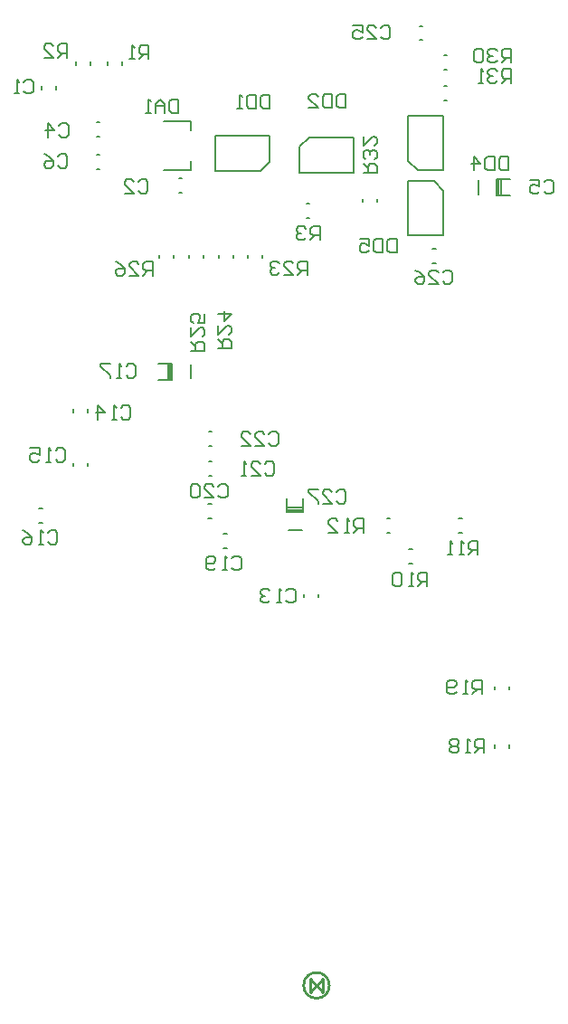
<source format=gbo>
G04 Layer_Color=32896*
%FSLAX44Y44*%
%MOMM*%
G71*
G01*
G75*
%ADD33C,0.2000*%
%ADD72C,0.2540*%
D33*
X1631700Y1018380D02*
Y1033620D01*
X1612500Y1019500D02*
Y1032500D01*
X1629890Y1018380D02*
Y1033620D01*
Y1018380D02*
X1642590D01*
X1629890Y1033620D02*
X1642590D01*
X1633700Y1018380D02*
Y1033620D01*
X1255500Y1086750D02*
X1258500D01*
X1255500Y1073250D02*
X1258500D01*
X1569744Y955148D02*
X1572744D01*
X1569744Y968648D02*
X1572744D01*
X1332508Y1034180D02*
X1335508D01*
X1332508Y1020680D02*
X1335508D01*
X1557552Y1177182D02*
X1560552D01*
X1557552Y1163682D02*
X1560552D01*
X1318606Y1087522D02*
X1343606D01*
Y1079272D02*
Y1087522D01*
X1318606Y1042522D02*
X1343606D01*
Y1050772D01*
X1360194Y756266D02*
X1363194D01*
X1360194Y769766D02*
X1363194D01*
X1360448Y783952D02*
X1363448D01*
X1360448Y797452D02*
X1363448D01*
X1374164Y688448D02*
X1377164D01*
X1374164Y701948D02*
X1377164D01*
X1449750Y642250D02*
Y645250D01*
X1463250Y642250D02*
Y645250D01*
X1359940Y716134D02*
X1362940D01*
X1359940Y729634D02*
X1362940D01*
X1324084Y846074D02*
Y861314D01*
X1343284Y847194D02*
Y860194D01*
X1325894Y846074D02*
Y861314D01*
X1313194D02*
X1325894D01*
X1313194Y846074D02*
X1325894D01*
X1322084D02*
Y861314D01*
X1451634Y1010812D02*
X1454634D01*
X1451634Y997312D02*
X1454634D01*
X1518304Y1012468D02*
Y1015468D01*
X1504804Y1012468D02*
Y1015468D01*
X1255292Y1056786D02*
X1258292D01*
X1255292Y1043286D02*
X1258292D01*
X1383176Y959890D02*
Y962890D01*
X1369676Y959890D02*
Y962890D01*
X1204322Y1117878D02*
Y1120878D01*
X1217822Y1117878D02*
Y1120878D01*
X1580412Y1120540D02*
X1583412D01*
X1580412Y1107040D02*
X1583412D01*
X1235818Y1140738D02*
Y1143738D01*
X1249318Y1140738D02*
Y1143738D01*
X1265536Y1140738D02*
Y1143738D01*
X1279036Y1140738D02*
Y1143738D01*
X1445514Y1039876D02*
Y1064006D01*
X1454404Y1072896D01*
X1445514Y1039876D02*
X1496314D01*
X1454404Y1072896D02*
X1496314D01*
Y1039876D02*
Y1072896D01*
X1556004Y1041908D02*
X1580134D01*
X1547114Y1050798D02*
X1556004Y1041908D01*
X1580134D02*
Y1092708D01*
X1547114Y1050798D02*
Y1092708D01*
X1580134D01*
X1417320Y1050036D02*
Y1074166D01*
X1408430Y1041146D02*
X1417320Y1050036D01*
X1366520Y1074166D02*
X1417320D01*
X1366520Y1041146D02*
X1408430D01*
X1366520D02*
Y1074166D01*
X1547114Y1031748D02*
X1571244D01*
X1580134Y1022858D01*
X1547114Y980948D02*
Y1031748D01*
X1580134Y980948D02*
Y1022858D01*
X1547114Y980948D02*
X1580134D01*
X1410862Y959890D02*
Y962890D01*
X1397362Y959890D02*
Y962890D01*
X1327550Y959890D02*
Y962890D01*
X1314050Y959890D02*
Y962890D01*
X1247286Y815618D02*
Y818618D01*
X1233786Y815618D02*
Y818618D01*
Y765072D02*
Y768072D01*
X1247286Y765072D02*
Y768072D01*
X1355490Y959890D02*
Y962890D01*
X1341990Y959890D02*
Y962890D01*
X1548000Y687250D02*
X1551000D01*
X1548000Y673750D02*
X1551000D01*
X1580412Y1136250D02*
X1583412D01*
X1580412Y1149750D02*
X1583412D01*
X1641748Y555776D02*
Y558776D01*
X1628248Y555776D02*
Y558776D01*
X1628502Y501420D02*
Y504420D01*
X1642002Y501420D02*
Y504420D01*
X1527072Y715918D02*
X1530072D01*
X1527072Y702418D02*
X1530072D01*
X1594636Y715918D02*
X1597636D01*
X1594636Y702418D02*
X1597636D01*
X1201698Y725316D02*
X1204698D01*
X1201698Y711816D02*
X1204698D01*
X1433576Y726172D02*
X1448816D01*
X1433576Y722362D02*
Y735062D01*
X1448816Y722362D02*
Y735062D01*
X1433576Y722362D02*
X1448816D01*
X1434696Y704972D02*
X1447696D01*
X1433576Y724172D02*
X1448816D01*
X1674336Y1030830D02*
X1676502Y1032996D01*
X1680834D01*
X1683000Y1030830D01*
Y1022166D01*
X1680834Y1020000D01*
X1676502D01*
X1674336Y1022166D01*
X1661340Y1032996D02*
X1670004D01*
Y1026498D01*
X1665672Y1028664D01*
X1663506D01*
X1661340Y1026498D01*
Y1022166D01*
X1663506Y1020000D01*
X1667838D01*
X1670004Y1022166D01*
X1220336Y1083830D02*
X1222502Y1085996D01*
X1226834D01*
X1229000Y1083830D01*
Y1075166D01*
X1226834Y1073000D01*
X1222502D01*
X1220336Y1075166D01*
X1209506Y1073000D02*
Y1085996D01*
X1216004Y1079498D01*
X1207340D01*
X1505000Y1039250D02*
X1517996D01*
Y1045748D01*
X1515830Y1047914D01*
X1511498D01*
X1509332Y1045748D01*
Y1039250D01*
Y1043582D02*
X1505000Y1047914D01*
X1515830Y1052246D02*
X1517996Y1054412D01*
Y1058744D01*
X1515830Y1060910D01*
X1513664D01*
X1511498Y1058744D01*
Y1056578D01*
Y1058744D01*
X1509332Y1060910D01*
X1507166D01*
X1505000Y1058744D01*
Y1054412D01*
X1507166Y1052246D01*
X1505000Y1073905D02*
Y1065242D01*
X1513664Y1073905D01*
X1515830D01*
X1517996Y1071740D01*
Y1067408D01*
X1515830Y1065242D01*
X1643380Y1123696D02*
Y1136692D01*
X1636882D01*
X1634716Y1134526D01*
Y1130194D01*
X1636882Y1128028D01*
X1643380D01*
X1639048D02*
X1634716Y1123696D01*
X1630384Y1134526D02*
X1628218Y1136692D01*
X1623886D01*
X1621720Y1134526D01*
Y1132360D01*
X1623886Y1130194D01*
X1626052D01*
X1623886D01*
X1621720Y1128028D01*
Y1125862D01*
X1623886Y1123696D01*
X1628218D01*
X1630384Y1125862D01*
X1617388Y1123696D02*
X1613056D01*
X1615222D01*
Y1136692D01*
X1617388Y1134526D01*
X1307750Y943500D02*
Y956496D01*
X1301252D01*
X1299086Y954330D01*
Y949998D01*
X1301252Y947832D01*
X1307750D01*
X1303418D02*
X1299086Y943500D01*
X1286090D02*
X1294754D01*
X1286090Y952164D01*
Y954330D01*
X1288256Y956496D01*
X1292588D01*
X1294754Y954330D01*
X1273094Y956496D02*
X1277426Y954330D01*
X1281758Y949998D01*
Y945666D01*
X1279592Y943500D01*
X1275260D01*
X1273094Y945666D01*
Y947832D01*
X1275260Y949998D01*
X1281758D01*
X1343660Y872998D02*
X1356656D01*
Y879496D01*
X1354490Y881662D01*
X1350158D01*
X1347992Y879496D01*
Y872998D01*
Y877330D02*
X1343660Y881662D01*
Y894658D02*
Y885994D01*
X1352324Y894658D01*
X1354490D01*
X1356656Y892492D01*
Y888160D01*
X1354490Y885994D01*
X1356656Y907654D02*
Y898990D01*
X1350158D01*
X1352324Y903322D01*
Y905488D01*
X1350158Y907654D01*
X1345826D01*
X1343660Y905488D01*
Y901156D01*
X1345826Y898990D01*
X1368806Y875030D02*
X1381802D01*
Y881528D01*
X1379636Y883694D01*
X1375304D01*
X1373138Y881528D01*
Y875030D01*
Y879362D02*
X1368806Y883694D01*
Y896690D02*
Y888026D01*
X1377470Y896690D01*
X1379636D01*
X1381802Y894524D01*
Y890192D01*
X1379636Y888026D01*
X1368806Y907520D02*
X1381802D01*
X1375304Y901022D01*
Y909686D01*
X1452500Y944000D02*
Y956996D01*
X1446002D01*
X1443836Y954830D01*
Y950498D01*
X1446002Y948332D01*
X1452500D01*
X1448168D02*
X1443836Y944000D01*
X1430840D02*
X1439504D01*
X1430840Y952664D01*
Y954830D01*
X1433006Y956996D01*
X1437338D01*
X1439504Y954830D01*
X1426508D02*
X1424342Y956996D01*
X1420011D01*
X1417845Y954830D01*
Y952664D01*
X1420011Y950498D01*
X1422176D01*
X1420011D01*
X1417845Y948332D01*
Y946166D01*
X1420011Y944000D01*
X1424342D01*
X1426508Y946166D01*
X1564994Y652560D02*
Y665556D01*
X1558496D01*
X1556330Y663390D01*
Y659058D01*
X1558496Y656892D01*
X1564994D01*
X1560662D02*
X1556330Y652560D01*
X1551998D02*
X1547666D01*
X1549832D01*
Y665556D01*
X1551998Y663390D01*
X1541168D02*
X1539002Y665556D01*
X1534671D01*
X1532504Y663390D01*
Y654726D01*
X1534671Y652560D01*
X1539002D01*
X1541168Y654726D01*
Y663390D01*
X1464310Y976630D02*
Y989626D01*
X1457812D01*
X1455646Y987460D01*
Y983128D01*
X1457812Y980962D01*
X1464310D01*
X1459978D02*
X1455646Y976630D01*
X1451314Y987460D02*
X1449148Y989626D01*
X1444816D01*
X1442650Y987460D01*
Y985294D01*
X1444816Y983128D01*
X1446982D01*
X1444816D01*
X1442650Y980962D01*
Y978796D01*
X1444816Y976630D01*
X1449148D01*
X1451314Y978796D01*
X1227836Y1147318D02*
Y1160314D01*
X1221338D01*
X1219172Y1158148D01*
Y1153816D01*
X1221338Y1151650D01*
X1227836D01*
X1223504D02*
X1219172Y1147318D01*
X1206176D02*
X1214840D01*
X1206176Y1155982D01*
Y1158148D01*
X1208342Y1160314D01*
X1212674D01*
X1214840Y1158148D01*
X1303782Y1146048D02*
Y1159044D01*
X1297284D01*
X1295118Y1156878D01*
Y1152546D01*
X1297284Y1150380D01*
X1303782D01*
X1299450D02*
X1295118Y1146048D01*
X1290786D02*
X1286454D01*
X1288620D01*
Y1159044D01*
X1290786Y1156878D01*
X1536446Y977942D02*
Y964946D01*
X1529948D01*
X1527782Y967112D01*
Y975776D01*
X1529948Y977942D01*
X1536446D01*
X1523450D02*
Y964946D01*
X1516952D01*
X1514786Y967112D01*
Y975776D01*
X1516952Y977942D01*
X1523450D01*
X1501790D02*
X1510454D01*
Y971444D01*
X1506122Y973610D01*
X1503956D01*
X1501790Y971444D01*
Y967112D01*
X1503956Y964946D01*
X1508288D01*
X1510454Y967112D01*
X1640840Y1054904D02*
Y1041908D01*
X1634342D01*
X1632176Y1044074D01*
Y1052738D01*
X1634342Y1054904D01*
X1640840D01*
X1627844D02*
Y1041908D01*
X1621346D01*
X1619180Y1044074D01*
Y1052738D01*
X1621346Y1054904D01*
X1627844D01*
X1608351Y1041908D02*
Y1054904D01*
X1614848Y1048406D01*
X1606185D01*
X1488694Y1113324D02*
Y1100328D01*
X1482196D01*
X1480030Y1102494D01*
Y1111158D01*
X1482196Y1113324D01*
X1488694D01*
X1475698D02*
Y1100328D01*
X1469200D01*
X1467034Y1102494D01*
Y1111158D01*
X1469200Y1113324D01*
X1475698D01*
X1454039Y1100328D02*
X1462702D01*
X1454039Y1108992D01*
Y1111158D01*
X1456205Y1113324D01*
X1460536D01*
X1462702Y1111158D01*
X1417574Y1112816D02*
Y1099820D01*
X1411076D01*
X1408910Y1101986D01*
Y1110650D01*
X1411076Y1112816D01*
X1417574D01*
X1404578D02*
Y1099820D01*
X1398080D01*
X1395914Y1101986D01*
Y1110650D01*
X1398080Y1112816D01*
X1404578D01*
X1391582Y1099820D02*
X1387250D01*
X1389416D01*
Y1112816D01*
X1391582Y1110650D01*
X1331976Y1108498D02*
Y1095502D01*
X1325478D01*
X1323312Y1097668D01*
Y1106332D01*
X1325478Y1108498D01*
X1331976D01*
X1318980Y1095502D02*
Y1104166D01*
X1314648Y1108498D01*
X1310316Y1104166D01*
Y1095502D01*
Y1102000D01*
X1318980D01*
X1305984Y1095502D02*
X1301652D01*
X1303818D01*
Y1108498D01*
X1305984Y1106332D01*
X1579598Y946312D02*
X1581764Y948478D01*
X1586096D01*
X1588262Y946312D01*
Y937648D01*
X1586096Y935482D01*
X1581764D01*
X1579598Y937648D01*
X1566602Y935482D02*
X1575266D01*
X1566602Y944146D01*
Y946312D01*
X1568768Y948478D01*
X1573100D01*
X1575266Y946312D01*
X1553607Y948478D02*
X1557938Y946312D01*
X1562270Y941980D01*
Y937648D01*
X1560104Y935482D01*
X1555773D01*
X1553607Y937648D01*
Y939814D01*
X1555773Y941980D01*
X1562270D01*
X1521432Y1175420D02*
X1523598Y1177586D01*
X1527930D01*
X1530096Y1175420D01*
Y1166756D01*
X1527930Y1164590D01*
X1523598D01*
X1521432Y1166756D01*
X1508436Y1164590D02*
X1517100D01*
X1508436Y1173254D01*
Y1175420D01*
X1510602Y1177586D01*
X1514934D01*
X1517100Y1175420D01*
X1495441Y1177586D02*
X1504104D01*
Y1171088D01*
X1499772Y1173254D01*
X1497607D01*
X1495441Y1171088D01*
Y1166756D01*
X1497607Y1164590D01*
X1501938D01*
X1504104Y1166756D01*
X1381986Y678596D02*
X1384152Y680762D01*
X1388484D01*
X1390650Y678596D01*
Y669932D01*
X1388484Y667766D01*
X1384152D01*
X1381986Y669932D01*
X1377654Y667766D02*
X1373322D01*
X1375488D01*
Y680762D01*
X1377654Y678596D01*
X1366824Y669932D02*
X1364658Y667766D01*
X1360327D01*
X1358161Y669932D01*
Y678596D01*
X1360327Y680762D01*
X1364658D01*
X1366824Y678596D01*
Y676430D01*
X1364658Y674264D01*
X1358161D01*
X1369286Y746160D02*
X1371452Y748326D01*
X1375784D01*
X1377950Y746160D01*
Y737496D01*
X1375784Y735330D01*
X1371452D01*
X1369286Y737496D01*
X1356290Y735330D02*
X1364954D01*
X1356290Y743994D01*
Y746160D01*
X1358456Y748326D01*
X1362788D01*
X1364954Y746160D01*
X1351958D02*
X1349792Y748326D01*
X1345461D01*
X1343295Y746160D01*
Y737496D01*
X1345461Y735330D01*
X1349792D01*
X1351958Y737496D01*
Y746160D01*
X1412974Y766988D02*
X1415140Y769154D01*
X1419472D01*
X1421638Y766988D01*
Y758324D01*
X1419472Y756158D01*
X1415140D01*
X1412974Y758324D01*
X1399978Y756158D02*
X1408642D01*
X1399978Y764822D01*
Y766988D01*
X1402144Y769154D01*
X1406476D01*
X1408642Y766988D01*
X1395646Y756158D02*
X1391314D01*
X1393480D01*
Y769154D01*
X1395646Y766988D01*
X1416784Y794928D02*
X1418950Y797094D01*
X1423282D01*
X1425448Y794928D01*
Y786264D01*
X1423282Y784098D01*
X1418950D01*
X1416784Y786264D01*
X1403788Y784098D02*
X1412452D01*
X1403788Y792762D01*
Y794928D01*
X1405954Y797094D01*
X1410286D01*
X1412452Y794928D01*
X1390793Y784098D02*
X1399456D01*
X1390793Y792762D01*
Y794928D01*
X1392959Y797094D01*
X1397290D01*
X1399456Y794928D01*
X1283180Y858428D02*
X1285346Y860594D01*
X1289678D01*
X1291844Y858428D01*
Y849764D01*
X1289678Y847598D01*
X1285346D01*
X1283180Y849764D01*
X1278848Y847598D02*
X1274516D01*
X1276682D01*
Y860594D01*
X1278848Y858428D01*
X1268018Y860594D02*
X1259354D01*
Y858428D01*
X1268018Y849764D01*
Y847598D01*
X1210028Y702726D02*
X1212194Y704892D01*
X1216526D01*
X1218692Y702726D01*
Y694062D01*
X1216526Y691896D01*
X1212194D01*
X1210028Y694062D01*
X1205696Y691896D02*
X1201364D01*
X1203530D01*
Y704892D01*
X1205696Y702726D01*
X1186202Y704892D02*
X1190534Y702726D01*
X1194866Y698394D01*
Y694062D01*
X1192700Y691896D01*
X1188369D01*
X1186202Y694062D01*
Y696228D01*
X1188369Y698394D01*
X1194866D01*
X1217140Y779688D02*
X1219306Y781854D01*
X1223638D01*
X1225804Y779688D01*
Y771024D01*
X1223638Y768858D01*
X1219306D01*
X1217140Y771024D01*
X1212808Y768858D02*
X1208476D01*
X1210642D01*
Y781854D01*
X1212808Y779688D01*
X1193315Y781854D02*
X1201978D01*
Y775356D01*
X1197646Y777522D01*
X1195480D01*
X1193315Y775356D01*
Y771024D01*
X1195480Y768858D01*
X1199812D01*
X1201978Y771024D01*
X1278354Y819566D02*
X1280520Y821732D01*
X1284852D01*
X1287018Y819566D01*
Y810902D01*
X1284852Y808736D01*
X1280520D01*
X1278354Y810902D01*
X1274022Y808736D02*
X1269690D01*
X1271856D01*
Y821732D01*
X1274022Y819566D01*
X1256694Y808736D02*
Y821732D01*
X1263192Y815234D01*
X1254529D01*
X1432836Y648080D02*
X1435002Y650246D01*
X1439334D01*
X1441500Y648080D01*
Y639416D01*
X1439334Y637250D01*
X1435002D01*
X1432836Y639416D01*
X1428504Y637250D02*
X1424172D01*
X1426338D01*
Y650246D01*
X1428504Y648080D01*
X1417674D02*
X1415508Y650246D01*
X1411176D01*
X1409010Y648080D01*
Y645914D01*
X1411176Y643748D01*
X1413342D01*
X1411176D01*
X1409010Y641582D01*
Y639416D01*
X1411176Y637250D01*
X1415508D01*
X1417674Y639416D01*
X1219336Y1054830D02*
X1221502Y1056996D01*
X1225834D01*
X1228000Y1054830D01*
Y1046166D01*
X1225834Y1044000D01*
X1221502D01*
X1219336Y1046166D01*
X1206340Y1056996D02*
X1210672Y1054830D01*
X1215004Y1050498D01*
Y1046166D01*
X1212838Y1044000D01*
X1208506D01*
X1206340Y1046166D01*
Y1048332D01*
X1208506Y1050498D01*
X1215004D01*
X1294610Y1031148D02*
X1296776Y1033314D01*
X1301108D01*
X1303274Y1031148D01*
Y1022484D01*
X1301108Y1020318D01*
X1296776D01*
X1294610Y1022484D01*
X1281614Y1020318D02*
X1290278D01*
X1281614Y1028982D01*
Y1031148D01*
X1283780Y1033314D01*
X1288112D01*
X1290278Y1031148D01*
X1187336Y1124580D02*
X1189502Y1126746D01*
X1193834D01*
X1196000Y1124580D01*
Y1115916D01*
X1193834Y1113750D01*
X1189502D01*
X1187336Y1115916D01*
X1183004Y1113750D02*
X1178672D01*
X1180838D01*
Y1126746D01*
X1183004Y1124580D01*
X1643380Y1142746D02*
Y1155742D01*
X1636882D01*
X1634716Y1153576D01*
Y1149244D01*
X1636882Y1147078D01*
X1643380D01*
X1639048D02*
X1634716Y1142746D01*
X1630384Y1153576D02*
X1628218Y1155742D01*
X1623886D01*
X1621720Y1153576D01*
Y1151410D01*
X1623886Y1149244D01*
X1626052D01*
X1623886D01*
X1621720Y1147078D01*
Y1144912D01*
X1623886Y1142746D01*
X1628218D01*
X1630384Y1144912D01*
X1617388Y1153576D02*
X1615222Y1155742D01*
X1610891D01*
X1608725Y1153576D01*
Y1144912D01*
X1610891Y1142746D01*
X1615222D01*
X1617388Y1144912D01*
Y1153576D01*
X1612392Y681990D02*
Y694986D01*
X1605894D01*
X1603728Y692820D01*
Y688488D01*
X1605894Y686322D01*
X1612392D01*
X1608060D02*
X1603728Y681990D01*
X1599396D02*
X1595064D01*
X1597230D01*
Y694986D01*
X1599396Y692820D01*
X1588566Y681990D02*
X1584234D01*
X1586400D01*
Y694986D01*
X1588566Y692820D01*
X1504950Y702818D02*
Y715814D01*
X1498452D01*
X1496286Y713648D01*
Y709316D01*
X1498452Y707150D01*
X1504950D01*
X1500618D02*
X1496286Y702818D01*
X1491954D02*
X1487622D01*
X1489788D01*
Y715814D01*
X1491954Y713648D01*
X1472460Y702818D02*
X1481124D01*
X1472460Y711482D01*
Y713648D01*
X1474626Y715814D01*
X1478958D01*
X1481124Y713648D01*
X1618250Y496750D02*
Y509746D01*
X1611752D01*
X1609586Y507580D01*
Y503248D01*
X1611752Y501082D01*
X1618250D01*
X1613918D02*
X1609586Y496750D01*
X1605254D02*
X1600922D01*
X1603088D01*
Y509746D01*
X1605254Y507580D01*
X1594424D02*
X1592258Y509746D01*
X1587926D01*
X1585760Y507580D01*
Y505414D01*
X1587926Y503248D01*
X1585760Y501082D01*
Y498916D01*
X1587926Y496750D01*
X1592258D01*
X1594424Y498916D01*
Y501082D01*
X1592258Y503248D01*
X1594424Y505414D01*
Y507580D01*
X1592258Y503248D02*
X1587926D01*
X1616000Y551750D02*
Y564746D01*
X1609502D01*
X1607336Y562580D01*
Y558248D01*
X1609502Y556082D01*
X1616000D01*
X1611668D02*
X1607336Y551750D01*
X1603004D02*
X1598672D01*
X1600838D01*
Y564746D01*
X1603004Y562580D01*
X1592174Y553916D02*
X1590008Y551750D01*
X1585677D01*
X1583510Y553916D01*
Y562580D01*
X1585677Y564746D01*
X1590008D01*
X1592174Y562580D01*
Y560414D01*
X1590008Y558248D01*
X1583510D01*
X1480030Y740826D02*
X1482196Y742992D01*
X1486528D01*
X1488694Y740826D01*
Y732162D01*
X1486528Y729996D01*
X1482196D01*
X1480030Y732162D01*
X1467034Y729996D02*
X1475698D01*
X1467034Y738660D01*
Y740826D01*
X1469200Y742992D01*
X1473532D01*
X1475698Y740826D01*
X1462702Y742992D02*
X1454039D01*
Y740826D01*
X1462702Y732162D01*
Y729996D01*
D72*
X1473250Y279000D02*
G03*
X1473250Y279000I-12000J0D01*
G01*
X1455000Y272750D02*
X1467500Y285250D01*
X1455000Y272750D02*
Y285250D01*
X1467500Y272750D01*
Y285250D01*
M02*

</source>
